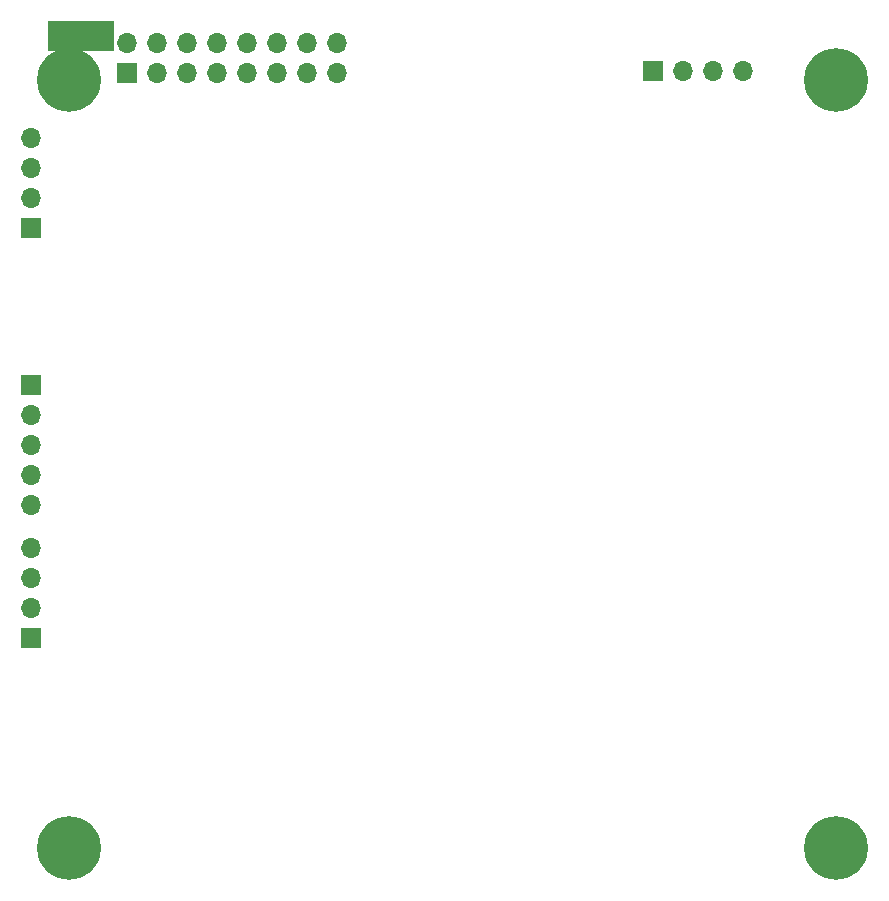
<source format=gbs>
G04 #@! TF.GenerationSoftware,KiCad,Pcbnew,5.1.10-88a1d61d58~90~ubuntu20.04.1*
G04 #@! TF.CreationDate,2021-12-20T19:36:00+01:00*
G04 #@! TF.ProjectId,eval_board_tmc6200-ta,6576616c-5f62-46f6-9172-645f746d6336,rev?*
G04 #@! TF.SameCoordinates,Original*
G04 #@! TF.FileFunction,Soldermask,Bot*
G04 #@! TF.FilePolarity,Negative*
%FSLAX46Y46*%
G04 Gerber Fmt 4.6, Leading zero omitted, Abs format (unit mm)*
G04 Created by KiCad (PCBNEW 5.1.10-88a1d61d58~90~ubuntu20.04.1) date 2021-12-20 19:36:00*
%MOMM*%
%LPD*%
G01*
G04 APERTURE LIST*
%ADD10C,0.010000*%
%ADD11C,5.400000*%
%ADD12C,3.100000*%
%ADD13O,1.700000X1.700000*%
%ADD14R,1.700000X1.700000*%
G04 APERTURE END LIST*
D10*
G36*
X22728000Y-123145000D02*
G01*
X17228000Y-123145000D01*
X17228000Y-120645000D01*
X22728000Y-120645000D01*
X22728000Y-123145000D01*
G37*
X22728000Y-123145000D02*
X17228000Y-123145000D01*
X17228000Y-120645000D01*
X22728000Y-120645000D01*
X22728000Y-123145000D01*
D11*
X18978000Y-190645000D03*
D12*
X18978000Y-190645000D03*
D13*
X15803000Y-161630000D03*
X15803000Y-159090000D03*
X15803000Y-156550000D03*
X15803000Y-154010000D03*
D14*
X15803000Y-151470000D03*
D13*
X15803000Y-165250000D03*
X15803000Y-167790000D03*
X15803000Y-170330000D03*
D14*
X15803000Y-172870000D03*
D13*
X76073000Y-124895000D03*
X73533000Y-124895000D03*
X70993000Y-124895000D03*
D14*
X68453000Y-124895000D03*
D13*
X41708000Y-122505000D03*
X41708000Y-125045000D03*
X39168000Y-122505000D03*
X39168000Y-125045000D03*
X36628000Y-122505000D03*
X36628000Y-125045000D03*
X34088000Y-122505000D03*
X34088000Y-125045000D03*
X31548000Y-122505000D03*
X31548000Y-125045000D03*
X29008000Y-122505000D03*
X29008000Y-125045000D03*
X26468000Y-122505000D03*
X26468000Y-125045000D03*
X23928000Y-122505000D03*
D14*
X23928000Y-125045000D03*
D13*
X15803000Y-130525000D03*
X15803000Y-133065000D03*
X15803000Y-135605000D03*
D14*
X15803000Y-138145000D03*
D11*
X18978000Y-125645000D03*
D12*
X18978000Y-125645000D03*
D11*
X83978000Y-125645000D03*
D12*
X83978000Y-125645000D03*
D11*
X83978000Y-190645000D03*
D12*
X83978000Y-190645000D03*
M02*

</source>
